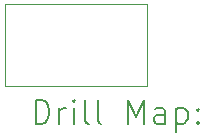
<source format=gbr>
%TF.GenerationSoftware,KiCad,Pcbnew,7.0.5*%
%TF.CreationDate,2023-06-08T01:46:04-04:00*%
%TF.ProjectId,TOPBOARD,544f5042-4f41-4524-942e-6b696361645f,rev?*%
%TF.SameCoordinates,Original*%
%TF.FileFunction,Drillmap*%
%TF.FilePolarity,Positive*%
%FSLAX45Y45*%
G04 Gerber Fmt 4.5, Leading zero omitted, Abs format (unit mm)*
G04 Created by KiCad (PCBNEW 7.0.5) date 2023-06-08 01:46:04*
%MOMM*%
%LPD*%
G01*
G04 APERTURE LIST*
%ADD10C,0.100000*%
%ADD11C,0.200000*%
G04 APERTURE END LIST*
D10*
X13866000Y-8319862D02*
X15066000Y-8319862D01*
X15066000Y-9019862D01*
X13866000Y-9019862D01*
X13866000Y-8319862D01*
D11*
X14121777Y-9336346D02*
X14121777Y-9136346D01*
X14121777Y-9136346D02*
X14169396Y-9136346D01*
X14169396Y-9136346D02*
X14197967Y-9145870D01*
X14197967Y-9145870D02*
X14217015Y-9164917D01*
X14217015Y-9164917D02*
X14226539Y-9183965D01*
X14226539Y-9183965D02*
X14236062Y-9222060D01*
X14236062Y-9222060D02*
X14236062Y-9250632D01*
X14236062Y-9250632D02*
X14226539Y-9288727D01*
X14226539Y-9288727D02*
X14217015Y-9307774D01*
X14217015Y-9307774D02*
X14197967Y-9326822D01*
X14197967Y-9326822D02*
X14169396Y-9336346D01*
X14169396Y-9336346D02*
X14121777Y-9336346D01*
X14321777Y-9336346D02*
X14321777Y-9203013D01*
X14321777Y-9241108D02*
X14331301Y-9222060D01*
X14331301Y-9222060D02*
X14340824Y-9212536D01*
X14340824Y-9212536D02*
X14359872Y-9203013D01*
X14359872Y-9203013D02*
X14378920Y-9203013D01*
X14445586Y-9336346D02*
X14445586Y-9203013D01*
X14445586Y-9136346D02*
X14436062Y-9145870D01*
X14436062Y-9145870D02*
X14445586Y-9155394D01*
X14445586Y-9155394D02*
X14455110Y-9145870D01*
X14455110Y-9145870D02*
X14445586Y-9136346D01*
X14445586Y-9136346D02*
X14445586Y-9155394D01*
X14569396Y-9336346D02*
X14550348Y-9326822D01*
X14550348Y-9326822D02*
X14540824Y-9307774D01*
X14540824Y-9307774D02*
X14540824Y-9136346D01*
X14674158Y-9336346D02*
X14655110Y-9326822D01*
X14655110Y-9326822D02*
X14645586Y-9307774D01*
X14645586Y-9307774D02*
X14645586Y-9136346D01*
X14902729Y-9336346D02*
X14902729Y-9136346D01*
X14902729Y-9136346D02*
X14969396Y-9279203D01*
X14969396Y-9279203D02*
X15036062Y-9136346D01*
X15036062Y-9136346D02*
X15036062Y-9336346D01*
X15217015Y-9336346D02*
X15217015Y-9231584D01*
X15217015Y-9231584D02*
X15207491Y-9212536D01*
X15207491Y-9212536D02*
X15188443Y-9203013D01*
X15188443Y-9203013D02*
X15150348Y-9203013D01*
X15150348Y-9203013D02*
X15131301Y-9212536D01*
X15217015Y-9326822D02*
X15197967Y-9336346D01*
X15197967Y-9336346D02*
X15150348Y-9336346D01*
X15150348Y-9336346D02*
X15131301Y-9326822D01*
X15131301Y-9326822D02*
X15121777Y-9307774D01*
X15121777Y-9307774D02*
X15121777Y-9288727D01*
X15121777Y-9288727D02*
X15131301Y-9269679D01*
X15131301Y-9269679D02*
X15150348Y-9260155D01*
X15150348Y-9260155D02*
X15197967Y-9260155D01*
X15197967Y-9260155D02*
X15217015Y-9250632D01*
X15312253Y-9203013D02*
X15312253Y-9403013D01*
X15312253Y-9212536D02*
X15331301Y-9203013D01*
X15331301Y-9203013D02*
X15369396Y-9203013D01*
X15369396Y-9203013D02*
X15388443Y-9212536D01*
X15388443Y-9212536D02*
X15397967Y-9222060D01*
X15397967Y-9222060D02*
X15407491Y-9241108D01*
X15407491Y-9241108D02*
X15407491Y-9298251D01*
X15407491Y-9298251D02*
X15397967Y-9317298D01*
X15397967Y-9317298D02*
X15388443Y-9326822D01*
X15388443Y-9326822D02*
X15369396Y-9336346D01*
X15369396Y-9336346D02*
X15331301Y-9336346D01*
X15331301Y-9336346D02*
X15312253Y-9326822D01*
X15493205Y-9317298D02*
X15502729Y-9326822D01*
X15502729Y-9326822D02*
X15493205Y-9336346D01*
X15493205Y-9336346D02*
X15483682Y-9326822D01*
X15483682Y-9326822D02*
X15493205Y-9317298D01*
X15493205Y-9317298D02*
X15493205Y-9336346D01*
X15493205Y-9212536D02*
X15502729Y-9222060D01*
X15502729Y-9222060D02*
X15493205Y-9231584D01*
X15493205Y-9231584D02*
X15483682Y-9222060D01*
X15483682Y-9222060D02*
X15493205Y-9212536D01*
X15493205Y-9212536D02*
X15493205Y-9231584D01*
M02*

</source>
